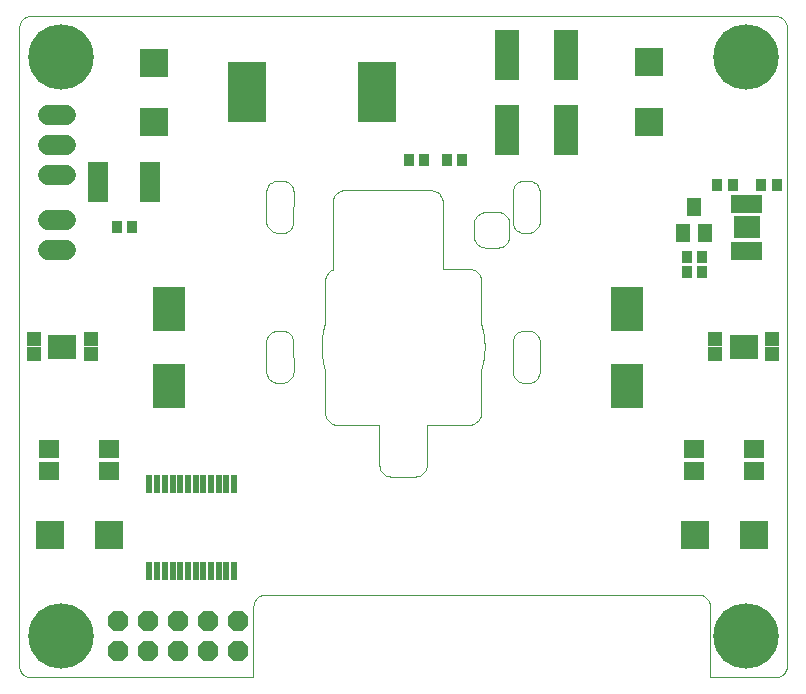
<source format=gts>
G75*
%MOIN*%
%OFA0B0*%
%FSLAX25Y25*%
%IPPOS*%
%LPD*%
%AMOC8*
5,1,8,0,0,1.08239X$1,22.5*
%
%ADD10C,0.00004*%
%ADD11R,0.04737X0.06312*%
%ADD12R,0.02572X0.06115*%
%ADD13R,0.08674X0.07493*%
%ADD14R,0.05131X0.04737*%
%ADD15R,0.09461X0.07887*%
%ADD16R,0.03556X0.04343*%
%ADD17R,0.10643X0.14580*%
%ADD18C,0.21800*%
%ADD19OC8,0.06800*%
%ADD20R,0.06902X0.13792*%
%ADD21C,0.06800*%
%ADD22R,0.07887X0.16548*%
%ADD23R,0.09400X0.09400*%
%ADD24R,0.12611X0.20485*%
%ADD25R,0.02170X0.06300*%
%ADD26R,0.06706X0.05918*%
D10*
X0003842Y0003667D02*
X0004027Y0003504D01*
X0004223Y0003352D01*
X0004428Y0003213D01*
X0004640Y0003087D01*
X0004861Y0002975D01*
X0005088Y0002877D01*
X0005320Y0002793D01*
X0005558Y0002724D01*
X0005799Y0002670D01*
X0006044Y0002631D01*
X0006290Y0002608D01*
X0006537Y0002600D01*
X0080693Y0002600D01*
X0080691Y0026222D01*
X0080696Y0026428D01*
X0080750Y0026906D01*
X0080863Y0027373D01*
X0081031Y0027823D01*
X0081253Y0028250D01*
X0081525Y0028646D01*
X0081844Y0029006D01*
X0082204Y0029324D01*
X0082600Y0029597D01*
X0083026Y0029819D01*
X0083477Y0029987D01*
X0083944Y0030099D01*
X0084422Y0030154D01*
X0228978Y0030159D01*
X0229389Y0030137D01*
X0229863Y0030058D01*
X0230324Y0029922D01*
X0230765Y0029730D01*
X0231180Y0029486D01*
X0231561Y0029193D01*
X0231904Y0028856D01*
X0232203Y0028480D01*
X0232454Y0028070D01*
X0232654Y0027633D01*
X0232798Y0027174D01*
X0232885Y0026702D01*
X0232915Y0026222D01*
X0232915Y0002600D01*
X0254569Y0002600D01*
X0254816Y0002608D01*
X0255062Y0002631D01*
X0255306Y0002670D01*
X0255548Y0002724D01*
X0255785Y0002793D01*
X0256018Y0002877D01*
X0256245Y0002975D01*
X0256465Y0003087D01*
X0256678Y0003213D01*
X0256883Y0003352D01*
X0257078Y0003504D01*
X0257263Y0003667D01*
X0257439Y0003842D01*
X0257602Y0004027D01*
X0257754Y0004223D01*
X0257893Y0004428D01*
X0258019Y0004640D01*
X0258131Y0004861D01*
X0258229Y0005088D01*
X0258313Y0005320D01*
X0258382Y0005558D01*
X0258436Y0005799D01*
X0258474Y0006044D01*
X0258498Y0006290D01*
X0258506Y0006537D01*
X0258506Y0219135D01*
X0258498Y0219383D01*
X0258474Y0219629D01*
X0258436Y0219873D01*
X0258382Y0220115D01*
X0258313Y0220352D01*
X0258229Y0220585D01*
X0258131Y0220812D01*
X0258019Y0221032D01*
X0257893Y0221245D01*
X0257754Y0221450D01*
X0257602Y0221645D01*
X0257439Y0221830D01*
X0257263Y0222006D01*
X0257078Y0222169D01*
X0256883Y0222320D01*
X0256678Y0222459D01*
X0256465Y0222585D01*
X0256245Y0222698D01*
X0256018Y0222796D01*
X0255785Y0222880D01*
X0255548Y0222949D01*
X0255306Y0223003D01*
X0255062Y0223041D01*
X0254816Y0223065D01*
X0254569Y0223072D01*
X0006537Y0223072D01*
X0006290Y0223065D01*
X0006044Y0223041D01*
X0005799Y0223003D01*
X0005558Y0222949D01*
X0005320Y0222880D01*
X0005088Y0222796D01*
X0004861Y0222698D01*
X0004640Y0222585D01*
X0004428Y0222459D01*
X0004223Y0222320D01*
X0004027Y0222169D01*
X0003842Y0222006D01*
X0003667Y0221830D01*
X0003504Y0221645D01*
X0003352Y0221450D01*
X0003213Y0221245D01*
X0003087Y0221032D01*
X0002975Y0220812D01*
X0002877Y0220585D01*
X0002793Y0220352D01*
X0002724Y0220115D01*
X0002670Y0219873D01*
X0002631Y0219629D01*
X0002608Y0219383D01*
X0002600Y0219135D01*
X0002600Y0006537D01*
X0002608Y0006290D01*
X0002631Y0006044D01*
X0002670Y0005799D01*
X0002724Y0005558D01*
X0002793Y0005320D01*
X0002877Y0005088D01*
X0002975Y0004861D01*
X0003087Y0004640D01*
X0003213Y0004428D01*
X0003352Y0004223D01*
X0003504Y0004027D01*
X0003667Y0003842D01*
X0003842Y0003667D01*
X0086336Y0101696D02*
X0085993Y0102033D01*
X0085694Y0102409D01*
X0085443Y0102819D01*
X0085243Y0103256D01*
X0085099Y0103715D01*
X0085011Y0104187D01*
X0084982Y0104667D01*
X0084984Y0114450D01*
X0085030Y0114928D01*
X0085135Y0115398D01*
X0085295Y0115851D01*
X0085509Y0116281D01*
X0085775Y0116682D01*
X0086087Y0117048D01*
X0086441Y0117372D01*
X0086833Y0117651D01*
X0087255Y0117881D01*
X0087702Y0118057D01*
X0088168Y0118177D01*
X0088644Y0118240D01*
X0090100Y0118250D01*
X0090306Y0118244D01*
X0090784Y0118190D01*
X0091251Y0118078D01*
X0091701Y0117909D01*
X0092128Y0117687D01*
X0092524Y0117415D01*
X0092884Y0117096D01*
X0093202Y0116736D01*
X0093475Y0116340D01*
X0093696Y0115914D01*
X0093865Y0115464D01*
X0093977Y0114996D01*
X0094031Y0114519D01*
X0094035Y0104530D01*
X0093989Y0104051D01*
X0093885Y0103582D01*
X0093724Y0103129D01*
X0093509Y0102698D01*
X0093244Y0102298D01*
X0092932Y0101932D01*
X0092578Y0101607D01*
X0092186Y0101328D01*
X0091764Y0101099D01*
X0091317Y0100923D01*
X0090851Y0100802D01*
X0090375Y0100740D01*
X0088919Y0100730D01*
X0088507Y0100752D01*
X0088033Y0100831D01*
X0087572Y0100967D01*
X0087131Y0101159D01*
X0086717Y0101403D01*
X0086336Y0101696D01*
X0104194Y0106264D02*
X0104083Y0106725D01*
X0103981Y0107188D01*
X0103887Y0107653D01*
X0103800Y0108119D01*
X0103722Y0108587D01*
X0103652Y0109056D01*
X0103590Y0109526D01*
X0103536Y0109996D01*
X0103491Y0110469D01*
X0103454Y0110941D01*
X0103425Y0111415D01*
X0103404Y0111888D01*
X0103391Y0112362D01*
X0103387Y0112836D01*
X0103391Y0113310D01*
X0103404Y0113784D01*
X0103425Y0114258D01*
X0103454Y0114731D01*
X0103491Y0115204D01*
X0103536Y0115676D01*
X0103590Y0116147D01*
X0103652Y0116617D01*
X0103722Y0117086D01*
X0103800Y0117554D01*
X0103887Y0118020D01*
X0103981Y0118484D01*
X0104083Y0118947D01*
X0104194Y0119408D01*
X0104313Y0119867D01*
X0104440Y0120324D01*
X0104570Y0120765D01*
X0104569Y0134883D01*
X0104574Y0135089D01*
X0104628Y0135567D01*
X0104741Y0136034D01*
X0104909Y0136485D01*
X0105131Y0136911D01*
X0105403Y0137307D01*
X0105722Y0137667D01*
X0106082Y0137986D01*
X0106478Y0138258D01*
X0106904Y0138480D01*
X0107133Y0138565D01*
X0107128Y0161065D01*
X0107133Y0161270D01*
X0107187Y0161748D01*
X0107300Y0162216D01*
X0107468Y0162666D01*
X0107690Y0163092D01*
X0107962Y0163488D01*
X0108281Y0163848D01*
X0108641Y0164167D01*
X0109037Y0164439D01*
X0109463Y0164661D01*
X0109913Y0164830D01*
X0110381Y0164942D01*
X0110859Y0164996D01*
X0139805Y0165002D01*
X0140216Y0164980D01*
X0140690Y0164901D01*
X0141151Y0164764D01*
X0141592Y0164572D01*
X0142006Y0164328D01*
X0142387Y0164036D01*
X0142730Y0163699D01*
X0143030Y0163323D01*
X0143281Y0162913D01*
X0143480Y0162476D01*
X0143625Y0162017D01*
X0143712Y0161544D01*
X0143742Y0161065D01*
X0143742Y0138819D01*
X0152600Y0138820D01*
X0153011Y0138799D01*
X0153485Y0138720D01*
X0153946Y0138583D01*
X0154387Y0138391D01*
X0154802Y0138147D01*
X0155183Y0137855D01*
X0155526Y0137518D01*
X0155825Y0137142D01*
X0156076Y0136732D01*
X0156276Y0136294D01*
X0156420Y0135836D01*
X0156507Y0135363D01*
X0156537Y0134883D01*
X0156537Y0120759D01*
X0156666Y0120324D01*
X0156793Y0119867D01*
X0156911Y0119408D01*
X0157022Y0118947D01*
X0157124Y0118484D01*
X0157219Y0118020D01*
X0157306Y0117554D01*
X0157383Y0117086D01*
X0157454Y0116617D01*
X0157516Y0116147D01*
X0157569Y0115676D01*
X0157615Y0115204D01*
X0157652Y0114731D01*
X0157681Y0114258D01*
X0157702Y0113784D01*
X0157714Y0113310D01*
X0157718Y0112836D01*
X0157714Y0112362D01*
X0157702Y0111888D01*
X0157681Y0111415D01*
X0157652Y0110941D01*
X0157615Y0110469D01*
X0157569Y0109996D01*
X0157516Y0109526D01*
X0157454Y0109056D01*
X0157383Y0108587D01*
X0157306Y0108119D01*
X0157219Y0107653D01*
X0157124Y0107188D01*
X0157022Y0106725D01*
X0156911Y0106264D01*
X0156793Y0105805D01*
X0156666Y0105348D01*
X0156537Y0104914D01*
X0156537Y0090789D01*
X0156531Y0090583D01*
X0156477Y0090106D01*
X0156365Y0089638D01*
X0156196Y0089188D01*
X0155975Y0088761D01*
X0155702Y0088365D01*
X0155384Y0088005D01*
X0155024Y0087687D01*
X0154628Y0087414D01*
X0154201Y0087193D01*
X0153751Y0087024D01*
X0153283Y0086912D01*
X0152806Y0086857D01*
X0138488Y0086856D01*
X0138427Y0086837D01*
X0138427Y0073466D01*
X0138421Y0073260D01*
X0138367Y0072783D01*
X0138255Y0072315D01*
X0138086Y0071865D01*
X0137865Y0071439D01*
X0137592Y0071043D01*
X0137274Y0070682D01*
X0136913Y0070364D01*
X0136517Y0070091D01*
X0136091Y0069870D01*
X0135641Y0069701D01*
X0135173Y0069589D01*
X0134696Y0069535D01*
X0126616Y0069529D01*
X0126410Y0069535D01*
X0125932Y0069589D01*
X0125465Y0069701D01*
X0125015Y0069870D01*
X0124588Y0070091D01*
X0124192Y0070364D01*
X0123832Y0070682D01*
X0123513Y0071043D01*
X0123241Y0071439D01*
X0123019Y0071865D01*
X0122851Y0072315D01*
X0122739Y0072783D01*
X0122684Y0073260D01*
X0122683Y0086836D01*
X0122624Y0086854D01*
X0108506Y0086852D01*
X0108300Y0086857D01*
X0107822Y0086912D01*
X0107355Y0087024D01*
X0106904Y0087193D01*
X0106478Y0087414D01*
X0106082Y0087687D01*
X0105722Y0088005D01*
X0105403Y0088365D01*
X0105131Y0088761D01*
X0104909Y0089188D01*
X0104741Y0089638D01*
X0104628Y0090106D01*
X0104574Y0090583D01*
X0104572Y0104901D01*
X0104440Y0105348D01*
X0104313Y0105805D01*
X0104194Y0106264D01*
X0091251Y0150902D02*
X0090784Y0150790D01*
X0090306Y0150735D01*
X0090100Y0150730D01*
X0088644Y0150739D01*
X0088168Y0150802D01*
X0087702Y0150923D01*
X0087255Y0151099D01*
X0086833Y0151328D01*
X0086441Y0151607D01*
X0086087Y0151932D01*
X0085775Y0152298D01*
X0085509Y0152698D01*
X0085295Y0153129D01*
X0085135Y0153582D01*
X0085030Y0154051D01*
X0084984Y0154530D01*
X0084982Y0164313D01*
X0085011Y0164792D01*
X0085099Y0165265D01*
X0085243Y0165723D01*
X0085443Y0166161D01*
X0085694Y0166570D01*
X0085993Y0166947D01*
X0086336Y0167284D01*
X0086717Y0167576D01*
X0087131Y0167820D01*
X0087572Y0168012D01*
X0088033Y0168148D01*
X0088507Y0168228D01*
X0088919Y0168250D01*
X0090375Y0168240D01*
X0090851Y0168177D01*
X0091317Y0168057D01*
X0091764Y0167881D01*
X0092186Y0167651D01*
X0092578Y0167372D01*
X0092932Y0167047D01*
X0093244Y0166682D01*
X0093509Y0166281D01*
X0093724Y0165851D01*
X0093885Y0165398D01*
X0093989Y0164928D01*
X0094035Y0164450D01*
X0094031Y0154461D01*
X0093977Y0153983D01*
X0093865Y0153516D01*
X0093696Y0153066D01*
X0093475Y0152639D01*
X0093202Y0152243D01*
X0092884Y0151883D01*
X0092524Y0151565D01*
X0092128Y0151292D01*
X0091701Y0151070D01*
X0091251Y0150902D01*
X0154180Y0149638D02*
X0154175Y0153781D01*
X0154180Y0153987D01*
X0154235Y0154465D01*
X0154347Y0154932D01*
X0154515Y0155382D01*
X0154737Y0155809D01*
X0155009Y0156205D01*
X0155328Y0156565D01*
X0155688Y0156883D01*
X0156084Y0157156D01*
X0156511Y0157378D01*
X0156961Y0157546D01*
X0157428Y0157658D01*
X0157906Y0157713D01*
X0162049Y0157718D01*
X0162460Y0157696D01*
X0162934Y0157617D01*
X0163395Y0157481D01*
X0163836Y0157289D01*
X0164250Y0157045D01*
X0164632Y0156752D01*
X0164974Y0156415D01*
X0165274Y0156039D01*
X0165525Y0155630D01*
X0165724Y0155192D01*
X0165869Y0154733D01*
X0165956Y0154261D01*
X0165986Y0153781D01*
X0165986Y0149844D01*
X0165980Y0149638D01*
X0165926Y0149160D01*
X0165814Y0148693D01*
X0165645Y0148243D01*
X0165424Y0147817D01*
X0165151Y0147420D01*
X0164833Y0147060D01*
X0164472Y0146742D01*
X0164076Y0146469D01*
X0163650Y0146248D01*
X0163200Y0146079D01*
X0162732Y0145967D01*
X0162255Y0145913D01*
X0158112Y0145907D01*
X0157906Y0145913D01*
X0157428Y0145967D01*
X0156961Y0146079D01*
X0156511Y0146248D01*
X0156084Y0146469D01*
X0155688Y0146742D01*
X0155328Y0147060D01*
X0155009Y0147420D01*
X0154737Y0147817D01*
X0154515Y0148243D01*
X0154347Y0148693D01*
X0154235Y0149160D01*
X0154180Y0149638D01*
X0167128Y0153983D02*
X0167074Y0154461D01*
X0167071Y0164450D01*
X0167117Y0164928D01*
X0167221Y0165398D01*
X0167381Y0165851D01*
X0167596Y0166281D01*
X0167861Y0166682D01*
X0168174Y0167047D01*
X0168528Y0167372D01*
X0168919Y0167651D01*
X0169342Y0167881D01*
X0169789Y0168057D01*
X0170254Y0168177D01*
X0170731Y0168240D01*
X0172187Y0168250D01*
X0172598Y0168228D01*
X0173072Y0168148D01*
X0173533Y0168012D01*
X0173974Y0167820D01*
X0174388Y0167576D01*
X0174769Y0167284D01*
X0175112Y0166947D01*
X0175411Y0166570D01*
X0175663Y0166161D01*
X0175862Y0165723D01*
X0176007Y0165265D01*
X0176094Y0164792D01*
X0176124Y0164313D01*
X0176121Y0154530D01*
X0176075Y0154051D01*
X0175971Y0153582D01*
X0175811Y0153129D01*
X0175596Y0152698D01*
X0175331Y0152298D01*
X0175019Y0151932D01*
X0174664Y0151607D01*
X0174273Y0151328D01*
X0173850Y0151099D01*
X0173403Y0150923D01*
X0172938Y0150802D01*
X0172461Y0150739D01*
X0171006Y0150730D01*
X0170800Y0150735D01*
X0170322Y0150790D01*
X0169854Y0150902D01*
X0169404Y0151070D01*
X0168978Y0151292D01*
X0168581Y0151565D01*
X0168222Y0151883D01*
X0167903Y0152243D01*
X0167631Y0152639D01*
X0167409Y0153066D01*
X0167241Y0153516D01*
X0167128Y0153983D01*
X0170800Y0118244D02*
X0171006Y0118250D01*
X0172461Y0118240D01*
X0172938Y0118177D01*
X0173403Y0118057D01*
X0173850Y0117881D01*
X0174273Y0117651D01*
X0174664Y0117372D01*
X0175019Y0117048D01*
X0175331Y0116682D01*
X0175596Y0116281D01*
X0175811Y0115851D01*
X0175971Y0115398D01*
X0176075Y0114928D01*
X0176121Y0114450D01*
X0176124Y0104667D01*
X0176094Y0104187D01*
X0176007Y0103715D01*
X0175862Y0103256D01*
X0175663Y0102819D01*
X0175411Y0102409D01*
X0175112Y0102033D01*
X0174769Y0101696D01*
X0174388Y0101403D01*
X0173974Y0101159D01*
X0173533Y0100967D01*
X0173072Y0100831D01*
X0172598Y0100752D01*
X0172187Y0100730D01*
X0170731Y0100740D01*
X0170254Y0100802D01*
X0169789Y0100923D01*
X0169342Y0101099D01*
X0168919Y0101328D01*
X0168528Y0101607D01*
X0168174Y0101932D01*
X0167861Y0102298D01*
X0167596Y0102698D01*
X0167381Y0103129D01*
X0167221Y0103582D01*
X0167117Y0104051D01*
X0167071Y0104530D01*
X0167074Y0114519D01*
X0167128Y0114996D01*
X0167241Y0115464D01*
X0167409Y0115914D01*
X0167631Y0116340D01*
X0167903Y0116736D01*
X0168222Y0117096D01*
X0168581Y0117415D01*
X0168978Y0117687D01*
X0169404Y0117909D01*
X0169854Y0118078D01*
X0170322Y0118190D01*
X0170800Y0118244D01*
D11*
X0223860Y0150769D03*
X0231340Y0150769D03*
X0227600Y0159431D03*
D12*
X0241261Y0160376D03*
X0243820Y0160376D03*
X0246380Y0160376D03*
X0248939Y0160376D03*
X0248939Y0144824D03*
X0246380Y0144824D03*
X0243820Y0144824D03*
X0241261Y0144824D03*
D13*
X0245100Y0152600D03*
D14*
X0253584Y0115395D03*
X0253584Y0110277D03*
X0234687Y0110277D03*
X0234687Y0115395D03*
X0026419Y0115395D03*
X0026419Y0110277D03*
X0007521Y0110277D03*
X0007521Y0115395D03*
D15*
X0016970Y0112836D03*
X0244135Y0112836D03*
D16*
X0230159Y0137600D03*
X0230159Y0142600D03*
X0225041Y0142600D03*
X0225041Y0137600D03*
X0235297Y0166655D03*
X0240415Y0166655D03*
X0249923Y0166714D03*
X0255041Y0166714D03*
X0150159Y0175100D03*
X0145041Y0175100D03*
X0137659Y0175100D03*
X0132541Y0175100D03*
X0040159Y0152600D03*
X0035041Y0152600D03*
D17*
X0052600Y0125395D03*
X0052600Y0099805D03*
X0205100Y0099805D03*
X0205100Y0125395D03*
D18*
X0244726Y0209293D03*
X0244726Y0016380D03*
X0016380Y0016380D03*
X0016380Y0209293D03*
D19*
X0035553Y0021380D03*
X0045553Y0021380D03*
X0055553Y0021380D03*
X0065553Y0021380D03*
X0075553Y0021380D03*
X0075553Y0011380D03*
X0065553Y0011380D03*
X0055553Y0011380D03*
X0045553Y0011380D03*
X0035553Y0011380D03*
D20*
X0028998Y0167600D03*
X0046202Y0167600D03*
D21*
X0018100Y0170100D02*
X0012100Y0170100D01*
X0012100Y0180100D02*
X0018100Y0180100D01*
X0018100Y0190100D02*
X0012100Y0190100D01*
X0012100Y0155100D02*
X0018100Y0155100D01*
X0018100Y0145100D02*
X0012100Y0145100D01*
D22*
X0165257Y0185100D03*
X0184943Y0185100D03*
X0184943Y0210100D03*
X0165257Y0210100D03*
D23*
X0212600Y0207600D03*
X0212600Y0187915D03*
X0227915Y0050100D03*
X0247600Y0050100D03*
X0047600Y0187600D03*
X0047600Y0207285D03*
X0032600Y0050100D03*
X0012915Y0050100D03*
D24*
X0078446Y0197600D03*
X0121754Y0197600D03*
D25*
X0074175Y0066994D03*
X0071616Y0066994D03*
X0069057Y0066994D03*
X0066498Y0066994D03*
X0063939Y0066994D03*
X0061380Y0066994D03*
X0058820Y0066994D03*
X0056261Y0066994D03*
X0053702Y0066994D03*
X0051143Y0066994D03*
X0048584Y0066994D03*
X0046025Y0066994D03*
X0046025Y0038206D03*
X0048584Y0038206D03*
X0051143Y0038206D03*
X0053702Y0038206D03*
X0056261Y0038206D03*
X0058820Y0038206D03*
X0061380Y0038206D03*
X0063939Y0038206D03*
X0066498Y0038206D03*
X0069057Y0038206D03*
X0071616Y0038206D03*
X0074175Y0038206D03*
D26*
X0032600Y0071360D03*
X0032600Y0078840D03*
X0012600Y0078840D03*
X0012600Y0071360D03*
X0227600Y0071360D03*
X0227600Y0078840D03*
X0247600Y0078840D03*
X0247600Y0071360D03*
M02*

</source>
